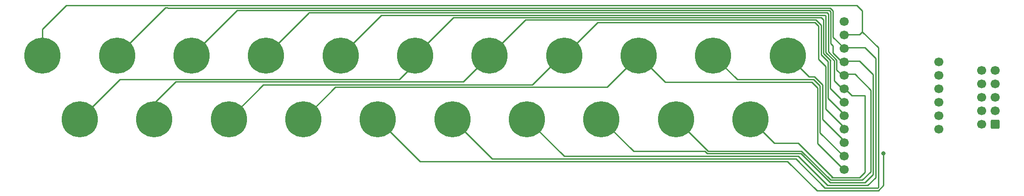
<source format=gbl>
G04 #@! TF.GenerationSoftware,KiCad,Pcbnew,8.0.7*
G04 #@! TF.CreationDate,2025-06-18T23:22:59-07:00*
G04 #@! TF.ProjectId,ESP32_MIDI_Summer25_FRETSkicad_pro.kicad_sch,45535033-325f-44d4-9944-495f53756d6d,rev?*
G04 #@! TF.SameCoordinates,Original*
G04 #@! TF.FileFunction,Copper,L2,Bot*
G04 #@! TF.FilePolarity,Positive*
%FSLAX46Y46*%
G04 Gerber Fmt 4.6, Leading zero omitted, Abs format (unit mm)*
G04 Created by KiCad (PCBNEW 8.0.7) date 2025-06-18 23:22:59*
%MOMM*%
%LPD*%
G01*
G04 APERTURE LIST*
G04 Aperture macros list*
%AMRoundRect*
0 Rectangle with rounded corners*
0 $1 Rounding radius*
0 $2 $3 $4 $5 $6 $7 $8 $9 X,Y pos of 4 corners*
0 Add a 4 corners polygon primitive as box body*
4,1,4,$2,$3,$4,$5,$6,$7,$8,$9,$2,$3,0*
0 Add four circle primitives for the rounded corners*
1,1,$1+$1,$2,$3*
1,1,$1+$1,$4,$5*
1,1,$1+$1,$6,$7*
1,1,$1+$1,$8,$9*
0 Add four rect primitives between the rounded corners*
20,1,$1+$1,$2,$3,$4,$5,0*
20,1,$1+$1,$4,$5,$6,$7,0*
20,1,$1+$1,$6,$7,$8,$9,0*
20,1,$1+$1,$8,$9,$2,$3,0*%
G04 Aperture macros list end*
G04 #@! TA.AperFunction,ComponentPad*
%ADD10C,6.800000*%
G04 #@! TD*
G04 #@! TA.AperFunction,ComponentPad*
%ADD11RoundRect,0.250000X0.600000X0.600000X-0.600000X0.600000X-0.600000X-0.600000X0.600000X-0.600000X0*%
G04 #@! TD*
G04 #@! TA.AperFunction,ComponentPad*
%ADD12C,1.700000*%
G04 #@! TD*
G04 #@! TA.AperFunction,ViaPad*
%ADD13C,0.800000*%
G04 #@! TD*
G04 #@! TA.AperFunction,Conductor*
%ADD14C,0.250000*%
G04 #@! TD*
G04 APERTURE END LIST*
D10*
X179000000Y-99000000D03*
X137000000Y-99000000D03*
X172000000Y-87000000D03*
X165000000Y-99000000D03*
X186000000Y-87000000D03*
X95000000Y-99000000D03*
X193000000Y-99000000D03*
X60000000Y-87000000D03*
D11*
X239000000Y-100000000D03*
D12*
X236460000Y-100000000D03*
X239000000Y-97460000D03*
X236460000Y-97460000D03*
X239000000Y-94920000D03*
X236460000Y-94920000D03*
X239000000Y-92380000D03*
X236460000Y-92380000D03*
X239000000Y-89840000D03*
X236460000Y-89840000D03*
D10*
X88000000Y-87000000D03*
X109000000Y-99000000D03*
X200000000Y-87000000D03*
X130000000Y-87000000D03*
X144000000Y-87000000D03*
D12*
X228390000Y-100850000D03*
X228390000Y-98310000D03*
X228390000Y-95770000D03*
X228390000Y-93230000D03*
X228390000Y-90690000D03*
X228390000Y-88150000D03*
X210610000Y-80530000D03*
X210610000Y-83070000D03*
X210610000Y-85610000D03*
X210610000Y-88150000D03*
X210610000Y-90690000D03*
X210610000Y-93230000D03*
X210610000Y-95770000D03*
X210610000Y-98310000D03*
X210610000Y-100850000D03*
X210610000Y-103390000D03*
X210610000Y-105930000D03*
X210610000Y-108470000D03*
D10*
X81000000Y-99000000D03*
X102000000Y-87000000D03*
X158000000Y-87000000D03*
X116000000Y-87000000D03*
X74000000Y-87000000D03*
X123000000Y-99000000D03*
X151000000Y-99000000D03*
X67000000Y-99000000D03*
D13*
X218000000Y-105500000D03*
D14*
X208000000Y-93160000D02*
X208000000Y-88000000D01*
X206700000Y-86609188D02*
X206700000Y-80200000D01*
X210610000Y-95770000D02*
X208000000Y-93160000D01*
X208000000Y-88000000D02*
X208045406Y-87954594D01*
X208045406Y-87954594D02*
X206700000Y-86609188D01*
X206700000Y-80200000D02*
X206300000Y-79800000D01*
X206300000Y-79800000D02*
X137200000Y-79800000D01*
X137200000Y-79800000D02*
X130000000Y-87000000D01*
X212000000Y-94500000D02*
X210500000Y-93000000D01*
X208000000Y-109500000D02*
X208500000Y-110000000D01*
X213500000Y-110000000D02*
X208222792Y-110000000D01*
X214500000Y-94500000D02*
X212000000Y-94500000D01*
X213500000Y-110000000D02*
X214500000Y-109000000D01*
X208500000Y-110000000D02*
X213500000Y-110000000D01*
X214500000Y-109000000D02*
X214500000Y-94500000D01*
X179000000Y-99000000D02*
X185000000Y-105000000D01*
X202586396Y-105000000D02*
X208086396Y-110500000D01*
X214000000Y-110500000D02*
X215600000Y-108900000D01*
X185000000Y-105000000D02*
X202586396Y-105000000D01*
X208086396Y-110500000D02*
X214000000Y-110500000D01*
X212600000Y-90500000D02*
X210500000Y-90500000D01*
X215600000Y-108900000D02*
X215600000Y-93500000D01*
X215600000Y-93500000D02*
X212600000Y-90500000D01*
X216050000Y-109450000D02*
X216050000Y-90550000D01*
X171068198Y-105068198D02*
X184431802Y-105068198D01*
X184863604Y-105500000D02*
X202450000Y-105500000D01*
X214500000Y-111000000D02*
X216050000Y-109450000D01*
X184431802Y-105068198D02*
X184863604Y-105500000D01*
X202450000Y-105500000D02*
X207950000Y-111000000D01*
X207950000Y-111000000D02*
X214500000Y-111000000D01*
X165000000Y-99000000D02*
X171068198Y-105068198D01*
X207813604Y-78450000D02*
X129500000Y-78450000D01*
X213500000Y-88000000D02*
X210000000Y-88000000D01*
X210000000Y-88000000D02*
X208500000Y-86500000D01*
X216050000Y-90550000D02*
X213500000Y-88000000D01*
X208500000Y-86500000D02*
X208500000Y-85161701D01*
X208500000Y-85161701D02*
X208050000Y-84711701D01*
X208050000Y-84711701D02*
X208050000Y-78686396D01*
X208050000Y-78686396D02*
X207813604Y-78450000D01*
X129500000Y-78450000D02*
X96550000Y-78450000D01*
X96550000Y-78450000D02*
X88000000Y-87000000D01*
X158000000Y-106000000D02*
X202000000Y-106000000D01*
X83550000Y-78000000D02*
X83500000Y-77950000D01*
X214500000Y-85500000D02*
X210500000Y-85500000D01*
X83050000Y-77950000D02*
X74000000Y-87000000D01*
X207500000Y-111500000D02*
X215000000Y-111500000D01*
X202000000Y-106000000D02*
X207500000Y-111500000D01*
X151000000Y-99000000D02*
X158000000Y-106000000D01*
X215000000Y-111500000D02*
X216500000Y-110000000D01*
X216500000Y-110000000D02*
X216500000Y-87500000D01*
X216500000Y-87500000D02*
X214500000Y-85500000D01*
X210500000Y-85500000D02*
X208500000Y-83500000D01*
X208500000Y-78500000D02*
X208000000Y-78000000D01*
X208500000Y-83500000D02*
X208500000Y-78500000D01*
X208000000Y-78000000D02*
X83550000Y-78000000D01*
X83500000Y-77950000D02*
X83050000Y-77950000D01*
X144500000Y-106500000D02*
X201500000Y-106500000D01*
X201500000Y-106500000D02*
X207000000Y-112000000D01*
X216863604Y-112000000D02*
X217000000Y-111863604D01*
X207000000Y-112000000D02*
X216863604Y-112000000D01*
X137000000Y-99000000D02*
X144500000Y-106500000D01*
X217000000Y-111863604D02*
X217000000Y-85500000D01*
X217000000Y-85500000D02*
X214000000Y-82500000D01*
X184450000Y-106950000D02*
X199950000Y-106950000D01*
X217000000Y-112500000D02*
X218000000Y-111500000D01*
X199950000Y-106950000D02*
X205500000Y-112500000D01*
X205500000Y-112500000D02*
X217000000Y-112500000D01*
X218000000Y-111500000D02*
X218000000Y-105500000D01*
X202000000Y-103500000D02*
X208000000Y-109500000D01*
X199500000Y-103500000D02*
X202000000Y-103500000D01*
X166050000Y-92950000D02*
X172000000Y-87000000D01*
X115050000Y-92950000D02*
X166050000Y-92950000D01*
X109000000Y-99000000D02*
X115050000Y-92950000D01*
X152000000Y-92500000D02*
X158000000Y-86500000D01*
X102500000Y-92500000D02*
X152000000Y-92500000D01*
X95000000Y-99000000D02*
X101500000Y-92500000D01*
X101500000Y-92500000D02*
X102500000Y-92500000D01*
X139050000Y-91950000D02*
X144000000Y-87000000D01*
X81000000Y-99000000D02*
X81000000Y-96000000D01*
X81000000Y-96000000D02*
X85050000Y-91950000D01*
X86000000Y-91950000D02*
X139050000Y-91950000D01*
X85050000Y-91950000D02*
X86000000Y-91950000D01*
X67000000Y-99000000D02*
X74500000Y-91500000D01*
X74500000Y-91500000D02*
X127000000Y-91500000D01*
X130000000Y-88500000D02*
X130500000Y-88500000D01*
X127000000Y-91500000D02*
X130000000Y-88500000D01*
X205600000Y-103600000D02*
X210500000Y-108500000D01*
X205600000Y-95000000D02*
X205600000Y-103600000D01*
X204500000Y-92000000D02*
X205600000Y-93100000D01*
X205600000Y-93100000D02*
X205600000Y-95000000D01*
X206050000Y-101550000D02*
X210500000Y-106000000D01*
X204863604Y-91500000D02*
X206050000Y-92686396D01*
X206050000Y-92686396D02*
X206050000Y-101550000D01*
X204000000Y-91500000D02*
X204863604Y-91500000D01*
X206500000Y-99000000D02*
X210500000Y-103000000D01*
X206500000Y-92500000D02*
X206500000Y-99000000D01*
X204000000Y-91000000D02*
X205000000Y-91000000D01*
X205000000Y-91000000D02*
X206500000Y-92500000D01*
X207100000Y-97100000D02*
X211000000Y-101000000D01*
X207100000Y-89000000D02*
X207100000Y-97100000D01*
X202800000Y-80700000D02*
X205063604Y-80700000D01*
X205800000Y-81436396D02*
X205800000Y-87700000D01*
X205063604Y-80700000D02*
X205681802Y-81318198D01*
X205681802Y-81318198D02*
X205800000Y-81436396D01*
X205800000Y-87700000D02*
X207100000Y-89000000D01*
X206250000Y-85500000D02*
X206250000Y-86795584D01*
X205250000Y-80250000D02*
X206000000Y-81000000D01*
X207550000Y-95050000D02*
X210500000Y-98000000D01*
X206000000Y-81000000D02*
X206250000Y-81250000D01*
X206250000Y-86795584D02*
X206513604Y-87059188D01*
X207550000Y-90000000D02*
X207550000Y-95050000D01*
X195500000Y-80250000D02*
X205250000Y-80250000D01*
X206250000Y-81250000D02*
X206250000Y-85500000D01*
X206513604Y-87059188D02*
X207550000Y-88095584D01*
X207550000Y-88095584D02*
X207550000Y-90000000D01*
X210000000Y-93000000D02*
X211000000Y-93000000D01*
X209000000Y-92000000D02*
X210000000Y-93000000D01*
X207413604Y-86686396D02*
X208613604Y-87886396D01*
X208731802Y-91731802D02*
X209000000Y-92000000D01*
X207000000Y-79350000D02*
X207150000Y-79500000D01*
X207150000Y-80000000D02*
X207150000Y-86422792D01*
X207150000Y-86422792D02*
X207413604Y-86686396D01*
X208613604Y-87886396D02*
X208731802Y-88004594D01*
X207150000Y-79500000D02*
X207150000Y-80000000D01*
X199350000Y-79350000D02*
X207000000Y-79350000D01*
X208731802Y-88004594D02*
X208731802Y-91731802D01*
X209181802Y-89681802D02*
X210500000Y-91000000D01*
X195500000Y-78900000D02*
X207000000Y-78900000D01*
X209181802Y-87818198D02*
X209181802Y-89681802D01*
X207000000Y-78900000D02*
X207400000Y-78900000D01*
X207400000Y-78900000D02*
X207600000Y-79100000D01*
X207600000Y-83000000D02*
X207600000Y-86236396D01*
X207600000Y-79100000D02*
X207600000Y-83000000D01*
X207600000Y-86236396D02*
X209181802Y-87818198D01*
X214000000Y-78500000D02*
X214000000Y-82500000D01*
X214000000Y-82500000D02*
X213500000Y-83000000D01*
X199000000Y-77500000D02*
X213000000Y-77500000D01*
X213500000Y-83000000D02*
X210500000Y-83000000D01*
X213000000Y-77500000D02*
X214000000Y-78500000D01*
X200000000Y-87000000D02*
X204000000Y-91000000D01*
X190500000Y-91500000D02*
X204000000Y-91500000D01*
X186000000Y-87000000D02*
X190500000Y-91500000D01*
X178000000Y-92000000D02*
X204500000Y-92000000D01*
X172000000Y-87000000D02*
X177000000Y-92000000D01*
X177000000Y-92000000D02*
X178000000Y-92000000D01*
X164300000Y-80700000D02*
X202800000Y-80700000D01*
X158000000Y-87000000D02*
X164300000Y-80700000D01*
X150750000Y-80250000D02*
X195500000Y-80250000D01*
X144000000Y-87000000D02*
X150750000Y-80250000D01*
X131500000Y-79350000D02*
X199350000Y-79350000D01*
X116000000Y-87000000D02*
X123650000Y-79350000D01*
X123650000Y-79350000D02*
X131500000Y-79350000D01*
X110000000Y-78900000D02*
X195500000Y-78900000D01*
X102000000Y-87000000D02*
X110000000Y-79000000D01*
X110000000Y-79000000D02*
X110000000Y-78900000D01*
X64500000Y-77500000D02*
X199000000Y-77500000D01*
X60000000Y-87000000D02*
X60000000Y-82000000D01*
X60000000Y-82000000D02*
X64500000Y-77500000D01*
X109000000Y-99000000D02*
X111500000Y-99000000D01*
X184450000Y-106950000D02*
X184500000Y-107000000D01*
X146500000Y-106950000D02*
X184450000Y-106950000D01*
X123000000Y-99000000D02*
X130950000Y-106950000D01*
X130950000Y-106950000D02*
X146500000Y-106950000D01*
X197500000Y-103500000D02*
X199500000Y-103500000D01*
X193000000Y-99000000D02*
X197500000Y-103500000D01*
M02*

</source>
